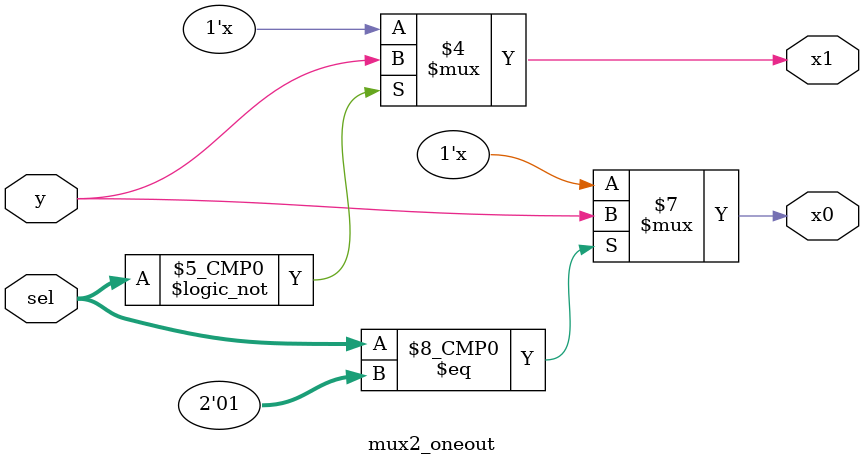
<source format=v>

module mux2_oneout(
    input [1:0] sel,
    input y,
    output reg x0,
    output reg x1
);

always @(*)
begin
    case (sel)
        1'b0: x1 = y;
        1'b1: x0 = y;
    endcase
end

endmodule

</source>
